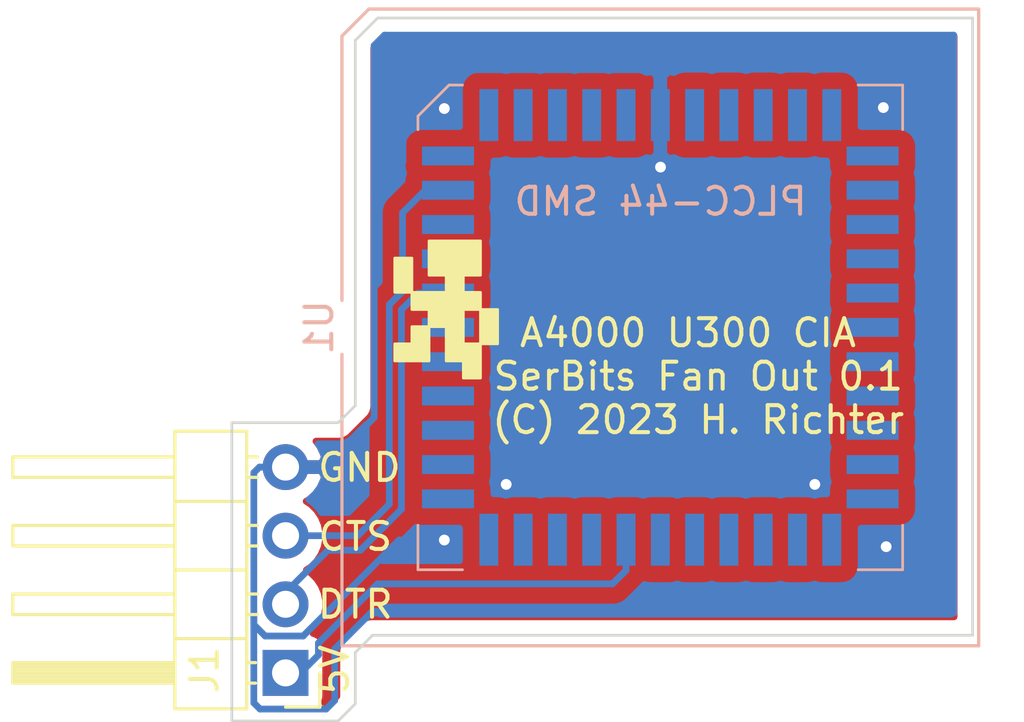
<source format=kicad_pcb>
(kicad_pcb (version 20171130) (host pcbnew "(5.1.6-0)")

  (general
    (thickness 1.6)
    (drawings 18)
    (tracks 61)
    (zones 0)
    (modules 3)
    (nets 45)
  )

  (page A4)
  (layers
    (0 F.Cu signal)
    (31 B.Cu signal)
    (32 B.Adhes user)
    (33 F.Adhes user)
    (34 B.Paste user)
    (35 F.Paste user)
    (36 B.SilkS user)
    (37 F.SilkS user)
    (38 B.Mask user)
    (39 F.Mask user)
    (40 Dwgs.User user)
    (41 Cmts.User user)
    (42 Eco1.User user)
    (43 Eco2.User user)
    (44 Edge.Cuts user)
    (45 Margin user)
    (46 B.CrtYd user)
    (47 F.CrtYd user)
    (48 B.Fab user)
    (49 F.Fab user)
  )

  (setup
    (last_trace_width 0.25)
    (trace_clearance 0.2)
    (zone_clearance 0.608)
    (zone_45_only no)
    (trace_min 0.2)
    (via_size 0.8)
    (via_drill 0.4)
    (via_min_size 0.4)
    (via_min_drill 0.3)
    (uvia_size 0.3)
    (uvia_drill 0.1)
    (uvias_allowed no)
    (uvia_min_size 0.2)
    (uvia_min_drill 0.1)
    (edge_width 0.05)
    (segment_width 0.2)
    (pcb_text_width 0.3)
    (pcb_text_size 1.5 1.5)
    (mod_edge_width 0.12)
    (mod_text_size 1 1)
    (mod_text_width 0.15)
    (pad_size 1.524 1.524)
    (pad_drill 0.762)
    (pad_to_mask_clearance 0.05)
    (aux_axis_origin 0 0)
    (visible_elements FFFFFF7F)
    (pcbplotparams
      (layerselection 0x010fc_ffffffff)
      (usegerberextensions true)
      (usegerberattributes true)
      (usegerberadvancedattributes true)
      (creategerberjobfile false)
      (excludeedgelayer true)
      (linewidth 0.100000)
      (plotframeref false)
      (viasonmask false)
      (mode 1)
      (useauxorigin false)
      (hpglpennumber 1)
      (hpglpenspeed 20)
      (hpglpendiameter 15.000000)
      (psnegative false)
      (psa4output false)
      (plotreference true)
      (plotvalue true)
      (plotinvisibletext false)
      (padsonsilk false)
      (subtractmaskfromsilk false)
      (outputformat 1)
      (mirror false)
      (drillshape 0)
      (scaleselection 1)
      (outputdirectory "CIAAdapter_Gerber/"))
  )

  (net 0 "")
  (net 1 "Net-(U1-Pad39)")
  (net 2 "Net-(U1-Pad38)")
  (net 3 "Net-(U1-Pad37)")
  (net 4 "Net-(U1-Pad36)")
  (net 5 "Net-(U1-Pad34)")
  (net 6 "Net-(U1-Pad33)")
  (net 7 "Net-(U1-Pad32)")
  (net 8 "Net-(U1-Pad31)")
  (net 9 "Net-(U1-Pad30)")
  (net 10 "Net-(U1-Pad29)")
  (net 11 "Net-(U1-Pad28)")
  (net 12 "Net-(U1-Pad27)")
  (net 13 "Net-(U1-Pad26)")
  (net 14 "Net-(U1-Pad25)")
  (net 15 "Net-(U1-Pad24)")
  (net 16 "Net-(U1-Pad23)")
  (net 17 /VCC)
  (net 18 "Net-(U1-Pad21)")
  (net 19 "Net-(U1-Pad20)")
  (net 20 "Net-(U1-Pad19)")
  (net 21 "Net-(U1-Pad18)")
  (net 22 "Net-(U1-Pad17)")
  (net 23 "Net-(U1-Pad16)")
  (net 24 "Net-(U1-Pad15)")
  (net 25 "Net-(U1-Pad14)")
  (net 26 "Net-(U1-Pad13)")
  (net 27 /DTR)
  (net 28 "Net-(U1-Pad10)")
  (net 29 "Net-(U1-Pad9)")
  (net 30 /CTS)
  (net 31 "Net-(U1-Pad7)")
  (net 32 "Net-(U1-Pad40)")
  (net 33 "Net-(U1-Pad41)")
  (net 34 "Net-(U1-Pad42)")
  (net 35 "Net-(U1-Pad43)")
  (net 36 "Net-(U1-Pad44)")
  (net 37 "Net-(U1-Pad6)")
  (net 38 "Net-(U1-Pad4)")
  (net 39 "Net-(U1-Pad3)")
  (net 40 /GND)
  (net 41 "Net-(U1-Pad22)")
  (net 42 "Net-(U1-Pad11)")
  (net 43 "Net-(U1-Pad8)")
  (net 44 "Net-(U1-Pad1)")

  (net_class Default "This is the default net class."
    (clearance 0.2)
    (trace_width 0.25)
    (via_dia 0.8)
    (via_drill 0.4)
    (uvia_dia 0.3)
    (uvia_drill 0.1)
    (add_net /CTS)
    (add_net /DTR)
    (add_net /GND)
    (add_net /VCC)
    (add_net "Net-(U1-Pad1)")
    (add_net "Net-(U1-Pad10)")
    (add_net "Net-(U1-Pad11)")
    (add_net "Net-(U1-Pad13)")
    (add_net "Net-(U1-Pad14)")
    (add_net "Net-(U1-Pad15)")
    (add_net "Net-(U1-Pad16)")
    (add_net "Net-(U1-Pad17)")
    (add_net "Net-(U1-Pad18)")
    (add_net "Net-(U1-Pad19)")
    (add_net "Net-(U1-Pad20)")
    (add_net "Net-(U1-Pad21)")
    (add_net "Net-(U1-Pad22)")
    (add_net "Net-(U1-Pad23)")
    (add_net "Net-(U1-Pad24)")
    (add_net "Net-(U1-Pad25)")
    (add_net "Net-(U1-Pad26)")
    (add_net "Net-(U1-Pad27)")
    (add_net "Net-(U1-Pad28)")
    (add_net "Net-(U1-Pad29)")
    (add_net "Net-(U1-Pad3)")
    (add_net "Net-(U1-Pad30)")
    (add_net "Net-(U1-Pad31)")
    (add_net "Net-(U1-Pad32)")
    (add_net "Net-(U1-Pad33)")
    (add_net "Net-(U1-Pad34)")
    (add_net "Net-(U1-Pad36)")
    (add_net "Net-(U1-Pad37)")
    (add_net "Net-(U1-Pad38)")
    (add_net "Net-(U1-Pad39)")
    (add_net "Net-(U1-Pad4)")
    (add_net "Net-(U1-Pad40)")
    (add_net "Net-(U1-Pad41)")
    (add_net "Net-(U1-Pad42)")
    (add_net "Net-(U1-Pad43)")
    (add_net "Net-(U1-Pad44)")
    (add_net "Net-(U1-Pad6)")
    (add_net "Net-(U1-Pad7)")
    (add_net "Net-(U1-Pad8)")
    (add_net "Net-(U1-Pad9)")
  )

  (module bax:baxlogo (layer F.Cu) (tedit 5D2B3466) (tstamp 63B89B6E)
    (at 155.7655 98.425)
    (fp_text reference REF** (at 0 3.81) (layer F.SilkS) hide
      (effects (font (size 1 1) (thickness 0.15)))
    )
    (fp_text value baxlogo (at 0 -3.6322) (layer F.Fab)
      (effects (font (size 1 1) (thickness 0.15)))
    )
    (fp_poly (pts (xy -0.635 1.27) (xy -0.635 1.905) (xy -1.905 1.905) (xy -1.905 1.27)) (layer F.SilkS) (width 0.1))
    (fp_poly (pts (xy -0.635 0.635) (xy -0.635 1.27) (xy -1.27 1.27) (xy -1.27 0.635)) (layer F.SilkS) (width 0.1))
    (fp_poly (pts (xy 0.635 1.27) (xy 1.27 1.27) (xy 1.27 2.54) (xy 0.635 2.54)) (layer F.SilkS) (width 0.1))
    (fp_poly (pts (xy 0.635 0.635) (xy 0.635 1.905) (xy 0 1.905) (xy 0 0.635)) (layer F.SilkS) (width 0.1))
    (fp_poly (pts (xy 0.635 0) (xy 0.635 0.635) (xy -0.635 0.635) (xy -0.635 0)) (layer F.SilkS) (width 0.1))
    (fp_poly (pts (xy 1.27 0) (xy 1.27 1.27) (xy 1.905 1.27) (xy 1.905 0)) (layer F.SilkS) (width 0.1))
    (fp_poly (pts (xy -0.635 -0.635) (xy 1.27 -0.635) (xy 1.27 0) (xy -0.635 0)) (layer F.SilkS) (width 0.1))
    (fp_poly (pts (xy -1.27 -0.635) (xy -1.27 -1.905) (xy -1.905 -1.905) (xy -1.905 -0.635)) (layer F.SilkS) (width 0.1))
    (fp_poly (pts (xy -0.635 -0.635) (xy -1.27 -0.635) (xy -1.27 0) (xy -0.635 0)) (layer F.SilkS) (width 0.1))
    (fp_poly (pts (xy 0 -1.27) (xy 0 -0.635) (xy 0.635 -0.635) (xy 0.635 -1.27)) (layer F.SilkS) (width 0.1))
    (fp_poly (pts (xy -0.635 -2.54) (xy 1.27 -2.54) (xy 1.27 -1.27) (xy -0.635 -1.27)) (layer F.SilkS) (width 0.1))
  )

  (module Connector_PinHeader_2.54mm:PinHeader_1x04_P2.54mm_Horizontal (layer F.Cu) (tedit 59FED5CB) (tstamp 63B82AF0)
    (at 149.81682 111.88192 180)
    (descr "Through hole angled pin header, 1x04, 2.54mm pitch, 6mm pin length, single row")
    (tags "Through hole angled pin header THT 1x04 2.54mm single row")
    (path /63B8646E)
    (fp_text reference J1 (at 3.00482 0.10414 90) (layer F.SilkS)
      (effects (font (size 1 1) (thickness 0.15)))
    )
    (fp_text value Conn_01x04 (at 4.385 9.89) (layer F.Fab)
      (effects (font (size 1 1) (thickness 0.15)))
    )
    (fp_line (start 10.55 -1.8) (end -1.8 -1.8) (layer F.CrtYd) (width 0.05))
    (fp_line (start 10.55 9.4) (end 10.55 -1.8) (layer F.CrtYd) (width 0.05))
    (fp_line (start -1.8 9.4) (end 10.55 9.4) (layer F.CrtYd) (width 0.05))
    (fp_line (start -1.8 -1.8) (end -1.8 9.4) (layer F.CrtYd) (width 0.05))
    (fp_line (start -1.27 -1.27) (end 0 -1.27) (layer F.SilkS) (width 0.12))
    (fp_line (start -1.27 0) (end -1.27 -1.27) (layer F.SilkS) (width 0.12))
    (fp_line (start 1.042929 8) (end 1.44 8) (layer F.SilkS) (width 0.12))
    (fp_line (start 1.042929 7.24) (end 1.44 7.24) (layer F.SilkS) (width 0.12))
    (fp_line (start 10.1 8) (end 4.1 8) (layer F.SilkS) (width 0.12))
    (fp_line (start 10.1 7.24) (end 10.1 8) (layer F.SilkS) (width 0.12))
    (fp_line (start 4.1 7.24) (end 10.1 7.24) (layer F.SilkS) (width 0.12))
    (fp_line (start 1.44 6.35) (end 4.1 6.35) (layer F.SilkS) (width 0.12))
    (fp_line (start 1.042929 5.46) (end 1.44 5.46) (layer F.SilkS) (width 0.12))
    (fp_line (start 1.042929 4.7) (end 1.44 4.7) (layer F.SilkS) (width 0.12))
    (fp_line (start 10.1 5.46) (end 4.1 5.46) (layer F.SilkS) (width 0.12))
    (fp_line (start 10.1 4.7) (end 10.1 5.46) (layer F.SilkS) (width 0.12))
    (fp_line (start 4.1 4.7) (end 10.1 4.7) (layer F.SilkS) (width 0.12))
    (fp_line (start 1.44 3.81) (end 4.1 3.81) (layer F.SilkS) (width 0.12))
    (fp_line (start 1.042929 2.92) (end 1.44 2.92) (layer F.SilkS) (width 0.12))
    (fp_line (start 1.042929 2.16) (end 1.44 2.16) (layer F.SilkS) (width 0.12))
    (fp_line (start 10.1 2.92) (end 4.1 2.92) (layer F.SilkS) (width 0.12))
    (fp_line (start 10.1 2.16) (end 10.1 2.92) (layer F.SilkS) (width 0.12))
    (fp_line (start 4.1 2.16) (end 10.1 2.16) (layer F.SilkS) (width 0.12))
    (fp_line (start 1.44 1.27) (end 4.1 1.27) (layer F.SilkS) (width 0.12))
    (fp_line (start 1.11 0.38) (end 1.44 0.38) (layer F.SilkS) (width 0.12))
    (fp_line (start 1.11 -0.38) (end 1.44 -0.38) (layer F.SilkS) (width 0.12))
    (fp_line (start 4.1 0.28) (end 10.1 0.28) (layer F.SilkS) (width 0.12))
    (fp_line (start 4.1 0.16) (end 10.1 0.16) (layer F.SilkS) (width 0.12))
    (fp_line (start 4.1 0.04) (end 10.1 0.04) (layer F.SilkS) (width 0.12))
    (fp_line (start 4.1 -0.08) (end 10.1 -0.08) (layer F.SilkS) (width 0.12))
    (fp_line (start 4.1 -0.2) (end 10.1 -0.2) (layer F.SilkS) (width 0.12))
    (fp_line (start 4.1 -0.32) (end 10.1 -0.32) (layer F.SilkS) (width 0.12))
    (fp_line (start 10.1 0.38) (end 4.1 0.38) (layer F.SilkS) (width 0.12))
    (fp_line (start 10.1 -0.38) (end 10.1 0.38) (layer F.SilkS) (width 0.12))
    (fp_line (start 4.1 -0.38) (end 10.1 -0.38) (layer F.SilkS) (width 0.12))
    (fp_line (start 4.1 -1.33) (end 1.44 -1.33) (layer F.SilkS) (width 0.12))
    (fp_line (start 4.1 8.95) (end 4.1 -1.33) (layer F.SilkS) (width 0.12))
    (fp_line (start 1.44 8.95) (end 4.1 8.95) (layer F.SilkS) (width 0.12))
    (fp_line (start 1.44 -1.33) (end 1.44 8.95) (layer F.SilkS) (width 0.12))
    (fp_line (start 4.04 7.94) (end 10.04 7.94) (layer F.Fab) (width 0.1))
    (fp_line (start 10.04 7.3) (end 10.04 7.94) (layer F.Fab) (width 0.1))
    (fp_line (start 4.04 7.3) (end 10.04 7.3) (layer F.Fab) (width 0.1))
    (fp_line (start -0.32 7.94) (end 1.5 7.94) (layer F.Fab) (width 0.1))
    (fp_line (start -0.32 7.3) (end -0.32 7.94) (layer F.Fab) (width 0.1))
    (fp_line (start -0.32 7.3) (end 1.5 7.3) (layer F.Fab) (width 0.1))
    (fp_line (start 4.04 5.4) (end 10.04 5.4) (layer F.Fab) (width 0.1))
    (fp_line (start 10.04 4.76) (end 10.04 5.4) (layer F.Fab) (width 0.1))
    (fp_line (start 4.04 4.76) (end 10.04 4.76) (layer F.Fab) (width 0.1))
    (fp_line (start -0.32 5.4) (end 1.5 5.4) (layer F.Fab) (width 0.1))
    (fp_line (start -0.32 4.76) (end -0.32 5.4) (layer F.Fab) (width 0.1))
    (fp_line (start -0.32 4.76) (end 1.5 4.76) (layer F.Fab) (width 0.1))
    (fp_line (start 4.04 2.86) (end 10.04 2.86) (layer F.Fab) (width 0.1))
    (fp_line (start 10.04 2.22) (end 10.04 2.86) (layer F.Fab) (width 0.1))
    (fp_line (start 4.04 2.22) (end 10.04 2.22) (layer F.Fab) (width 0.1))
    (fp_line (start -0.32 2.86) (end 1.5 2.86) (layer F.Fab) (width 0.1))
    (fp_line (start -0.32 2.22) (end -0.32 2.86) (layer F.Fab) (width 0.1))
    (fp_line (start -0.32 2.22) (end 1.5 2.22) (layer F.Fab) (width 0.1))
    (fp_line (start 4.04 0.32) (end 10.04 0.32) (layer F.Fab) (width 0.1))
    (fp_line (start 10.04 -0.32) (end 10.04 0.32) (layer F.Fab) (width 0.1))
    (fp_line (start 4.04 -0.32) (end 10.04 -0.32) (layer F.Fab) (width 0.1))
    (fp_line (start -0.32 0.32) (end 1.5 0.32) (layer F.Fab) (width 0.1))
    (fp_line (start -0.32 -0.32) (end -0.32 0.32) (layer F.Fab) (width 0.1))
    (fp_line (start -0.32 -0.32) (end 1.5 -0.32) (layer F.Fab) (width 0.1))
    (fp_line (start 1.5 -0.635) (end 2.135 -1.27) (layer F.Fab) (width 0.1))
    (fp_line (start 1.5 8.89) (end 1.5 -0.635) (layer F.Fab) (width 0.1))
    (fp_line (start 4.04 8.89) (end 1.5 8.89) (layer F.Fab) (width 0.1))
    (fp_line (start 4.04 -1.27) (end 4.04 8.89) (layer F.Fab) (width 0.1))
    (fp_line (start 2.135 -1.27) (end 4.04 -1.27) (layer F.Fab) (width 0.1))
    (fp_text user %R (at 2.77 3.81 90) (layer F.Fab)
      (effects (font (size 1 1) (thickness 0.15)))
    )
    (pad 4 thru_hole oval (at 0 7.62 180) (size 1.7 1.7) (drill 1) (layers *.Cu *.Mask)
      (net 40 /GND))
    (pad 3 thru_hole oval (at 0 5.08 180) (size 1.7 1.7) (drill 1) (layers *.Cu *.Mask)
      (net 30 /CTS))
    (pad 2 thru_hole oval (at 0 2.54 180) (size 1.7 1.7) (drill 1) (layers *.Cu *.Mask)
      (net 27 /DTR))
    (pad 1 thru_hole rect (at 0 0 180) (size 1.7 1.7) (drill 1) (layers *.Cu *.Mask)
      (net 17 /VCC))
    (model ${KISYS3DMOD}/Connector_PinHeader_2.54mm.3dshapes/PinHeader_1x04_P2.54mm_Horizontal.wrl
      (at (xyz 0 0 0))
      (scale (xyz 1 1 1))
      (rotate (xyz 0 0 0))
    )
  )

  (module Package_LCC:PLCC-44_SMD-Socket (layer B.Cu) (tedit 5A02ECC8) (tstamp 63B8240E)
    (at 163.69538 99.08794 270)
    (descr "PLCC, 44 pins, surface mount")
    (tags "plcc smt")
    (path /63B83A74)
    (attr smd)
    (fp_text reference U1 (at 0 12.64 90) (layer B.SilkS)
      (effects (font (size 1 1) (thickness 0.15)) (justify mirror))
    )
    (fp_text value CIA8520_PLCC (at 0 -12.64 90) (layer B.Fab)
      (effects (font (size 1 1) (thickness 0.15)) (justify mirror))
    )
    (fp_line (start 8.975 -8.975) (end 8.975 -7.325) (layer B.SilkS) (width 0.1))
    (fp_line (start 7.325 -8.975) (end 8.975 -8.975) (layer B.SilkS) (width 0.1))
    (fp_line (start -8.975 -8.975) (end -8.975 -7.325) (layer B.SilkS) (width 0.1))
    (fp_line (start -7.325 -8.975) (end -8.975 -8.975) (layer B.SilkS) (width 0.1))
    (fp_line (start 8.975 8.975) (end 8.975 7.325) (layer B.SilkS) (width 0.1))
    (fp_line (start 7.325 8.975) (end 8.975 8.975) (layer B.SilkS) (width 0.1))
    (fp_line (start -8.975 7.825) (end -8.975 7.325) (layer B.SilkS) (width 0.1))
    (fp_line (start -7.825 8.975) (end -8.975 7.825) (layer B.SilkS) (width 0.1))
    (fp_line (start -7.325 8.975) (end -7.825 8.975) (layer B.SilkS) (width 0.1))
    (fp_line (start 11.79 11.79) (end 1 11.79) (layer B.SilkS) (width 0.12))
    (fp_line (start 11.79 -11.79) (end 11.79 11.79) (layer B.SilkS) (width 0.12))
    (fp_line (start -11.79 -11.79) (end 11.79 -11.79) (layer B.SilkS) (width 0.12))
    (fp_line (start -11.79 10.79) (end -11.79 -11.79) (layer B.SilkS) (width 0.12))
    (fp_line (start -10.79 11.79) (end -11.79 10.79) (layer B.SilkS) (width 0.12))
    (fp_line (start -1 11.79) (end -10.79 11.79) (layer B.SilkS) (width 0.12))
    (fp_line (start 0 10.64) (end 0.5 11.64) (layer B.Fab) (width 0.1))
    (fp_line (start -0.5 11.64) (end 0 10.64) (layer B.Fab) (width 0.1))
    (fp_line (start 10.37 10.37) (end -10.37 10.37) (layer B.Fab) (width 0.1))
    (fp_line (start 10.37 -10.37) (end 10.37 10.37) (layer B.Fab) (width 0.1))
    (fp_line (start -10.37 -10.37) (end 10.37 -10.37) (layer B.Fab) (width 0.1))
    (fp_line (start -10.37 10.37) (end -10.37 -10.37) (layer B.Fab) (width 0.1))
    (fp_line (start 8.825 8.825) (end -7.825 8.825) (layer B.Fab) (width 0.1))
    (fp_line (start 8.825 -8.825) (end 8.825 8.825) (layer B.Fab) (width 0.1))
    (fp_line (start -8.825 -8.825) (end 8.825 -8.825) (layer B.Fab) (width 0.1))
    (fp_line (start -8.825 7.825) (end -8.825 -8.825) (layer B.Fab) (width 0.1))
    (fp_line (start -7.825 8.825) (end -8.825 7.825) (layer B.Fab) (width 0.1))
    (fp_line (start 12.1 12.1) (end -12.1 12.1) (layer B.CrtYd) (width 0.05))
    (fp_line (start 12.1 -12.1) (end 12.1 12.1) (layer B.CrtYd) (width 0.05))
    (fp_line (start -12.1 -12.1) (end 12.1 -12.1) (layer B.CrtYd) (width 0.05))
    (fp_line (start -12.1 12.1) (end -12.1 -12.1) (layer B.CrtYd) (width 0.05))
    (fp_line (start 11.64 11.64) (end -10.64 11.64) (layer B.Fab) (width 0.1))
    (fp_line (start 11.64 -11.64) (end 11.64 11.64) (layer B.Fab) (width 0.1))
    (fp_line (start -11.64 -11.64) (end 11.64 -11.64) (layer B.Fab) (width 0.1))
    (fp_line (start -11.64 10.64) (end -11.64 -11.64) (layer B.Fab) (width 0.1))
    (fp_line (start -10.64 11.64) (end -11.64 10.64) (layer B.Fab) (width 0.1))
    (fp_text user %R (at 0 0 90) (layer B.Fab)
      (effects (font (size 1 1) (thickness 0.15)) (justify mirror))
    )
    (pad 39 smd rect (at 7.8625 6.35 270) (size 1.925 0.7) (layers B.Cu B.Paste B.Mask)
      (net 1 "Net-(U1-Pad39)"))
    (pad 38 smd rect (at 7.8625 5.08 270) (size 1.925 0.7) (layers B.Cu B.Paste B.Mask)
      (net 2 "Net-(U1-Pad38)"))
    (pad 37 smd rect (at 7.8625 3.81 270) (size 1.925 0.7) (layers B.Cu B.Paste B.Mask)
      (net 3 "Net-(U1-Pad37)"))
    (pad 36 smd rect (at 7.8625 2.54 270) (size 1.925 0.7) (layers B.Cu B.Paste B.Mask)
      (net 4 "Net-(U1-Pad36)"))
    (pad 35 smd rect (at 7.8625 1.27 270) (size 1.925 0.7) (layers B.Cu B.Paste B.Mask)
      (net 17 /VCC))
    (pad 34 smd rect (at 7.8625 0 270) (size 1.925 0.7) (layers B.Cu B.Paste B.Mask)
      (net 5 "Net-(U1-Pad34)"))
    (pad 33 smd rect (at 7.8625 -1.27 270) (size 1.925 0.7) (layers B.Cu B.Paste B.Mask)
      (net 6 "Net-(U1-Pad33)"))
    (pad 32 smd rect (at 7.8625 -2.54 270) (size 1.925 0.7) (layers B.Cu B.Paste B.Mask)
      (net 7 "Net-(U1-Pad32)"))
    (pad 31 smd rect (at 7.8625 -3.81 270) (size 1.925 0.7) (layers B.Cu B.Paste B.Mask)
      (net 8 "Net-(U1-Pad31)"))
    (pad 30 smd rect (at 7.8625 -5.08 270) (size 1.925 0.7) (layers B.Cu B.Paste B.Mask)
      (net 9 "Net-(U1-Pad30)"))
    (pad 29 smd rect (at 7.8625 -6.35 270) (size 1.925 0.7) (layers B.Cu B.Paste B.Mask)
      (net 10 "Net-(U1-Pad29)"))
    (pad 28 smd rect (at 6.35 -7.8625 270) (size 0.7 1.925) (layers B.Cu B.Paste B.Mask)
      (net 11 "Net-(U1-Pad28)"))
    (pad 27 smd rect (at 5.08 -7.8625 270) (size 0.7 1.925) (layers B.Cu B.Paste B.Mask)
      (net 12 "Net-(U1-Pad27)"))
    (pad 26 smd rect (at 3.81 -7.8625 270) (size 0.7 1.925) (layers B.Cu B.Paste B.Mask)
      (net 13 "Net-(U1-Pad26)"))
    (pad 25 smd rect (at 2.54 -7.8625 270) (size 0.7 1.925) (layers B.Cu B.Paste B.Mask)
      (net 14 "Net-(U1-Pad25)"))
    (pad 24 smd rect (at 1.27 -7.8625 270) (size 0.7 1.925) (layers B.Cu B.Paste B.Mask)
      (net 15 "Net-(U1-Pad24)"))
    (pad 23 smd rect (at 0 -7.8625 270) (size 0.7 1.925) (layers B.Cu B.Paste B.Mask)
      (net 16 "Net-(U1-Pad23)"))
    (pad 22 smd rect (at -1.27 -7.8625 270) (size 0.7 1.925) (layers B.Cu B.Paste B.Mask)
      (net 41 "Net-(U1-Pad22)"))
    (pad 21 smd rect (at -2.54 -7.8625 270) (size 0.7 1.925) (layers B.Cu B.Paste B.Mask)
      (net 18 "Net-(U1-Pad21)"))
    (pad 20 smd rect (at -3.81 -7.8625 270) (size 0.7 1.925) (layers B.Cu B.Paste B.Mask)
      (net 19 "Net-(U1-Pad20)"))
    (pad 19 smd rect (at -5.08 -7.8625 270) (size 0.7 1.925) (layers B.Cu B.Paste B.Mask)
      (net 20 "Net-(U1-Pad19)"))
    (pad 18 smd rect (at -6.35 -7.8625 270) (size 0.7 1.925) (layers B.Cu B.Paste B.Mask)
      (net 21 "Net-(U1-Pad18)"))
    (pad 17 smd rect (at -7.8625 -6.35 270) (size 1.925 0.7) (layers B.Cu B.Paste B.Mask)
      (net 22 "Net-(U1-Pad17)"))
    (pad 16 smd rect (at -7.8625 -5.08 270) (size 1.925 0.7) (layers B.Cu B.Paste B.Mask)
      (net 23 "Net-(U1-Pad16)"))
    (pad 15 smd rect (at -7.8625 -3.81 270) (size 1.925 0.7) (layers B.Cu B.Paste B.Mask)
      (net 24 "Net-(U1-Pad15)"))
    (pad 14 smd rect (at -7.8625 -2.54 270) (size 1.925 0.7) (layers B.Cu B.Paste B.Mask)
      (net 25 "Net-(U1-Pad14)"))
    (pad 13 smd rect (at -7.8625 -1.27 270) (size 1.925 0.7) (layers B.Cu B.Paste B.Mask)
      (net 26 "Net-(U1-Pad13)"))
    (pad 12 smd rect (at -7.8625 0 270) (size 1.925 0.7) (layers B.Cu B.Paste B.Mask)
      (net 40 /GND))
    (pad 11 smd rect (at -7.8625 1.27 270) (size 1.925 0.7) (layers B.Cu B.Paste B.Mask)
      (net 42 "Net-(U1-Pad11)"))
    (pad 10 smd rect (at -7.8625 2.54 270) (size 1.925 0.7) (layers B.Cu B.Paste B.Mask)
      (net 28 "Net-(U1-Pad10)"))
    (pad 9 smd rect (at -7.8625 3.81 270) (size 1.925 0.7) (layers B.Cu B.Paste B.Mask)
      (net 29 "Net-(U1-Pad9)"))
    (pad 8 smd rect (at -7.8625 5.08 270) (size 1.925 0.7) (layers B.Cu B.Paste B.Mask)
      (net 43 "Net-(U1-Pad8)"))
    (pad 7 smd rect (at -7.8625 6.35 270) (size 1.925 0.7) (layers B.Cu B.Paste B.Mask)
      (net 31 "Net-(U1-Pad7)"))
    (pad 40 smd rect (at 6.35 7.8625 270) (size 0.7 1.925) (layers B.Cu B.Paste B.Mask)
      (net 32 "Net-(U1-Pad40)"))
    (pad 41 smd rect (at 5.08 7.8625 270) (size 0.7 1.925) (layers B.Cu B.Paste B.Mask)
      (net 33 "Net-(U1-Pad41)"))
    (pad 42 smd rect (at 3.81 7.8625 270) (size 0.7 1.925) (layers B.Cu B.Paste B.Mask)
      (net 34 "Net-(U1-Pad42)"))
    (pad 43 smd rect (at 2.54 7.8625 270) (size 0.7 1.925) (layers B.Cu B.Paste B.Mask)
      (net 35 "Net-(U1-Pad43)"))
    (pad 44 smd rect (at 1.27 7.8625 270) (size 0.7 1.925) (layers B.Cu B.Paste B.Mask)
      (net 36 "Net-(U1-Pad44)"))
    (pad 6 smd rect (at -6.35 7.8625 270) (size 0.7 1.925) (layers B.Cu B.Paste B.Mask)
      (net 37 "Net-(U1-Pad6)"))
    (pad 5 smd rect (at -5.08 7.8625 270) (size 0.7 1.925) (layers B.Cu B.Paste B.Mask)
      (net 30 /CTS))
    (pad 4 smd rect (at -3.81 7.8625 270) (size 0.7 1.925) (layers B.Cu B.Paste B.Mask)
      (net 38 "Net-(U1-Pad4)"))
    (pad 3 smd rect (at -2.54 7.8625 270) (size 0.7 1.925) (layers B.Cu B.Paste B.Mask)
      (net 39 "Net-(U1-Pad3)"))
    (pad 2 smd rect (at -1.27 7.8625 270) (size 0.7 1.925) (layers B.Cu B.Paste B.Mask)
      (net 27 /DTR))
    (pad 1 smd rect (at 0 7.8625 270) (size 0.7 1.925) (layers B.Cu B.Paste B.Mask)
      (net 44 "Net-(U1-Pad1)"))
    (model ${KISYS3DMOD}/Package_LCC.3dshapes/PLCC-44_SMD-Socket.wrl
      (at (xyz 0 0 0))
      (scale (xyz 1 1 1))
      (rotate (xyz 0 0 0))
    )
  )

  (gr_line (start 153.2255 87.63) (end 152.4 88.4555) (layer Edge.Cuts) (width 0.1) (tstamp 641AF830))
  (gr_text "PLCC-44 SMD" (at 163.703 94.4245) (layer B.SilkS)
    (effects (font (size 1 1) (thickness 0.15)) (justify mirror))
  )
  (gr_text "A4000 U300 CIA \nSerBits Fan Out 0.1\n(C) 2023 H. Richter" (at 165.1 100.9015) (layer F.SilkS)
    (effects (font (size 1 1) (thickness 0.15)))
  )
  (gr_line (start 152.4 113.03) (end 151.765 113.665) (layer Edge.Cuts) (width 0.1) (tstamp 63B8400D))
  (gr_line (start 152.4 101.981) (end 151.765 102.616) (layer Edge.Cuts) (width 0.1) (tstamp 63B83D84))
  (gr_line (start 153.035 110.49) (end 152.4 111.125) (layer Edge.Cuts) (width 0.1) (tstamp 63B83CFB))
  (gr_line (start 175.26 87.63) (end 175.26 110.49) (layer Edge.Cuts) (width 0.1))
  (gr_line (start 153.2255 87.63) (end 175.26 87.63) (layer Edge.Cuts) (width 0.1))
  (gr_line (start 152.4 101.981) (end 152.4 88.4555) (layer Edge.Cuts) (width 0.1))
  (gr_line (start 147.828 102.616) (end 151.765 102.616) (layer Edge.Cuts) (width 0.1))
  (gr_line (start 147.828 113.665) (end 147.828 102.616) (layer Edge.Cuts) (width 0.1))
  (gr_line (start 151.765 113.665) (end 147.828 113.665) (layer Edge.Cuts) (width 0.1))
  (gr_line (start 152.4 111.125) (end 152.4 113.03) (layer Edge.Cuts) (width 0.1))
  (gr_line (start 175.26 110.49) (end 153.035 110.49) (layer Edge.Cuts) (width 0.1))
  (gr_text GND (at 152.5524 104.2797) (layer F.SilkS)
    (effects (font (size 1 1) (thickness 0.15)))
  )
  (gr_text CTS (at 152.4 106.83748) (layer F.SilkS)
    (effects (font (size 1 1) (thickness 0.15)))
  )
  (gr_text DTR (at 152.4 109.347) (layer F.SilkS)
    (effects (font (size 1 1) (thickness 0.15)))
  )
  (gr_text 5V (at 151.638 111.76 90) (layer F.SilkS)
    (effects (font (size 1 1) (thickness 0.15)))
  )

  (segment (start 151.03475 111.22025) (end 150.37308 111.88192) (width 0.25) (layer B.Cu) (net 17))
  (segment (start 153.2255 108.585) (end 151.03475 110.77575) (width 0.25) (layer B.Cu) (net 17))
  (segment (start 150.37308 111.88192) (end 149.81682 111.88192) (width 0.25) (layer B.Cu) (net 17))
  (segment (start 162.42538 106.95044) (end 162.42538 108.08462) (width 0.25) (layer B.Cu) (net 17))
  (segment (start 151.03475 110.77575) (end 151.03475 111.22025) (width 0.25) (layer B.Cu) (net 17))
  (segment (start 161.925 108.585) (end 153.2255 108.585) (width 0.25) (layer B.Cu) (net 17))
  (segment (start 162.42538 108.08462) (end 161.925 108.585) (width 0.25) (layer B.Cu) (net 17))
  (segment (start 154.72297 97.81794) (end 155.83288 97.81794) (width 0.25) (layer B.Cu) (net 27))
  (segment (start 154.10985 98.43106) (end 154.72297 97.81794) (width 0.25) (layer B.Cu) (net 27))
  (segment (start 154.10985 105.81992) (end 154.10985 98.43106) (width 0.25) (layer B.Cu) (net 27))
  (segment (start 151.384 107.3404) (end 152.58937 107.3404) (width 0.25) (layer B.Cu) (net 27))
  (segment (start 152.58937 107.3404) (end 154.10985 105.81992) (width 0.25) (layer B.Cu) (net 27))
  (segment (start 149.81682 108.90758) (end 151.384 107.3404) (width 0.25) (layer B.Cu) (net 27))
  (segment (start 149.81682 109.34192) (end 149.81682 108.90758) (width 0.25) (layer B.Cu) (net 27))
  (segment (start 154.98572 94.00794) (end 155.83288 94.00794) (width 0.25) (layer B.Cu) (net 30))
  (segment (start 154.14879 94.84487) (end 154.98572 94.00794) (width 0.25) (layer B.Cu) (net 30))
  (segment (start 154.14879 97.75571) (end 154.14879 94.84487) (width 0.25) (layer B.Cu) (net 30))
  (segment (start 153.65984 100.83687) (end 153.65984 98.24466) (width 0.25) (layer B.Cu) (net 30))
  (segment (start 153.65984 98.24466) (end 154.14879 97.75571) (width 0.25) (layer B.Cu) (net 30))
  (segment (start 153.65984 100.83687) (end 153.65984 105.63352) (width 0.25) (layer B.Cu) (net 30))
  (segment (start 152.49144 106.80192) (end 149.81682 106.80192) (width 0.25) (layer B.Cu) (net 30))
  (segment (start 153.65984 105.63352) (end 152.49144 106.80192) (width 0.25) (layer B.Cu) (net 30))
  (via (at 171.95546 90.94724) (size 0.8) (drill 0.4) (layers F.Cu B.Cu) (net 40))
  (via (at 155.69692 90.9828) (size 0.8) (drill 0.4) (layers F.Cu B.Cu) (net 40))
  (via (at 155.69692 106.96194) (size 0.8) (drill 0.4) (layers F.Cu B.Cu) (net 40))
  (via (at 172.0596 107.20832) (size 0.8) (drill 0.4) (layers F.Cu B.Cu) (net 40))
  (via (at 163.703 93.15196) (size 0.8) (drill 0.4) (layers F.Cu B.Cu) (net 40))
  (segment (start 155.69692 106.96194) (end 154.02306 106.96194) (width 0.25) (layer B.Cu) (net 40))
  (segment (start 154.02306 106.96194) (end 150.468079 110.516921) (width 0.25) (layer B.Cu) (net 40))
  (via (at 157.988 104.902) (size 0.8) (drill 0.4) (layers F.Cu B.Cu) (net 40))
  (via (at 169.418 104.902) (size 0.8) (drill 0.4) (layers F.Cu B.Cu) (net 40))
  (segment (start 163.69538 89.88298) (end 163.69538 91.22544) (width 0.25) (layer B.Cu) (net 40))
  (segment (start 154.1653 90.62212) (end 155.24226 89.54516) (width 0.25) (layer B.Cu) (net 40))
  (segment (start 163.35756 89.54516) (end 163.69538 89.88298) (width 0.25) (layer B.Cu) (net 40))
  (segment (start 155.24226 89.54516) (end 163.35756 89.54516) (width 0.25) (layer B.Cu) (net 40))
  (segment (start 153.0985 94.0181) (end 154.1653 92.9513) (width 0.25) (layer B.Cu) (net 40))
  (segment (start 154.1653 92.9513) (end 154.1653 90.62212) (width 0.25) (layer B.Cu) (net 40))
  (segment (start 148.84908 104.26192) (end 148.641819 104.469181) (width 0.25) (layer B.Cu) (net 40))
  (segment (start 149.81682 104.26192) (end 148.84908 104.26192) (width 0.25) (layer B.Cu) (net 40))
  (segment (start 148.641819 110.097319) (end 149.061421 110.516921) (width 0.25) (layer B.Cu) (net 40))
  (segment (start 150.468079 110.516921) (end 149.061421 110.516921) (width 0.25) (layer B.Cu) (net 40))
  (segment (start 148.641819 104.469181) (end 148.641819 109.716319) (width 0.25) (layer B.Cu) (net 40))
  (segment (start 148.641819 109.716319) (end 148.641819 110.097319) (width 0.25) (layer B.Cu) (net 40))
  (segment (start 153.035 109.601) (end 171.1325 109.601) (width 0.25) (layer B.Cu) (net 40))
  (segment (start 171.1325 109.601) (end 172.0596 108.6739) (width 0.25) (layer B.Cu) (net 40))
  (segment (start 148.641819 112.991921) (end 148.870398 113.2205) (width 0.25) (layer B.Cu) (net 40))
  (segment (start 148.870398 113.2205) (end 151.3205 113.2205) (width 0.25) (layer B.Cu) (net 40))
  (segment (start 151.638 112.903) (end 151.638 110.998) (width 0.25) (layer B.Cu) (net 40))
  (segment (start 151.3205 113.2205) (end 151.638 112.903) (width 0.25) (layer B.Cu) (net 40))
  (segment (start 172.0596 108.6739) (end 172.0596 107.20832) (width 0.25) (layer B.Cu) (net 40))
  (segment (start 148.641819 109.716319) (end 148.641819 112.991921) (width 0.25) (layer B.Cu) (net 40))
  (segment (start 151.26208 104.26192) (end 153.0985 102.4255) (width 0.25) (layer B.Cu) (net 40))
  (segment (start 149.81682 104.26192) (end 151.26208 104.26192) (width 0.25) (layer B.Cu) (net 40))
  (segment (start 153.0985 102.4255) (end 153.0985 94.0181) (width 0.25) (layer B.Cu) (net 40))
  (segment (start 174.5615 88.265) (end 174.5615 109.6645) (width 0.25) (layer B.Cu) (net 40))
  (segment (start 153.0985 94.0181) (end 153.0985 88.646) (width 0.25) (layer B.Cu) (net 40))
  (segment (start 153.4795 88.265) (end 174.5615 88.265) (width 0.25) (layer B.Cu) (net 40))
  (segment (start 153.0985 88.646) (end 153.4795 88.265) (width 0.25) (layer B.Cu) (net 40))
  (segment (start 152.9715 109.6645) (end 153.035 109.601) (width 0.25) (layer B.Cu) (net 40))
  (segment (start 174.5615 109.6645) (end 152.9715 109.6645) (width 0.25) (layer B.Cu) (net 40))
  (segment (start 151.638 110.998) (end 152.9715 109.6645) (width 0.25) (layer B.Cu) (net 40))

  (zone (net 40) (net_name /GND) (layer F.Cu) (tstamp 63BA9150) (hatch edge 0.508)
    (connect_pads (clearance 0.508))
    (min_thickness 0.254)
    (fill yes (arc_segments 32) (thermal_gap 0.508) (thermal_bridge_width 0.508))
    (polygon
      (pts
        (xy 175.74006 113.2459) (xy 147.50796 113.2459) (xy 147.5105 102.4636) (xy 151.58974 102.48392) (xy 151.6126 87.02548)
        (xy 175.77816 87.02548)
      )
    )
    (filled_polygon
      (pts
        (xy 174.575001 109.805) (xy 153.068639 109.805) (xy 153.035 109.801687) (xy 153.001361 109.805) (xy 153.001353 109.805)
        (xy 152.900717 109.814912) (xy 152.771593 109.854081) (xy 152.730142 109.876237) (xy 152.652593 109.917688) (xy 152.548289 110.003289)
        (xy 152.526842 110.029422) (xy 151.939418 110.616846) (xy 151.913289 110.63829) (xy 151.891846 110.664418) (xy 151.89184 110.664424)
        (xy 151.857525 110.706238) (xy 151.827688 110.742594) (xy 151.764081 110.861595) (xy 151.724912 110.990718) (xy 151.715 111.091354)
        (xy 151.715 111.091361) (xy 151.711687 111.125) (xy 151.715 111.15864) (xy 151.715001 112.746263) (xy 151.481264 112.98)
        (xy 151.254237 112.98) (xy 151.256322 112.9761) (xy 151.292632 112.856402) (xy 151.304892 112.73192) (xy 151.304892 111.03192)
        (xy 151.292632 110.907438) (xy 151.256322 110.78774) (xy 151.197357 110.677426) (xy 151.118005 110.580735) (xy 151.021314 110.501383)
        (xy 150.911 110.442418) (xy 150.83844 110.420407) (xy 150.970295 110.288552) (xy 151.13281 110.045331) (xy 151.244752 109.775078)
        (xy 151.30182 109.48818) (xy 151.30182 109.19566) (xy 151.244752 108.908762) (xy 151.13281 108.638509) (xy 150.970295 108.395288)
        (xy 150.763452 108.188445) (xy 150.58906 108.07192) (xy 150.763452 107.955395) (xy 150.970295 107.748552) (xy 151.13281 107.505331)
        (xy 151.244752 107.235078) (xy 151.30182 106.94818) (xy 151.30182 106.65566) (xy 151.244752 106.368762) (xy 151.13281 106.098509)
        (xy 150.970295 105.855288) (xy 150.763452 105.648445) (xy 150.581286 105.526725) (xy 150.698175 105.457098) (xy 150.914408 105.262189)
        (xy 151.088461 105.02884) (xy 151.213645 104.766019) (xy 151.258296 104.61881) (xy 151.136975 104.38892) (xy 149.94382 104.38892)
        (xy 149.94382 104.40892) (xy 149.68982 104.40892) (xy 149.68982 104.38892) (xy 149.66982 104.38892) (xy 149.66982 104.13492)
        (xy 149.68982 104.13492) (xy 149.68982 104.11492) (xy 149.94382 104.11492) (xy 149.94382 104.13492) (xy 151.136975 104.13492)
        (xy 151.258296 103.90503) (xy 151.213645 103.757821) (xy 151.088461 103.495) (xy 150.943758 103.301) (xy 151.731361 103.301)
        (xy 151.765 103.304313) (xy 151.798639 103.301) (xy 151.798647 103.301) (xy 151.899283 103.291088) (xy 152.028406 103.251919)
        (xy 152.147407 103.188312) (xy 152.251711 103.102711) (xy 152.273158 103.076578) (xy 152.860582 102.489154) (xy 152.88671 102.467711)
        (xy 152.908154 102.441582) (xy 152.90816 102.441576) (xy 152.941452 102.401009) (xy 152.972312 102.363407) (xy 153.013763 102.285858)
        (xy 153.035919 102.244407) (xy 153.075088 102.115283) (xy 153.075088 102.115282) (xy 153.085 102.014647) (xy 153.085 102.014639)
        (xy 153.088313 101.981) (xy 153.085 101.947361) (xy 153.085 88.739236) (xy 153.509236 88.315) (xy 174.575 88.315)
      )
    )
  )
  (zone (net 40) (net_name /GND) (layer B.Cu) (tstamp 63BA914D) (hatch edge 0.508)
    (connect_pads (clearance 0.608))
    (min_thickness 0.254)
    (fill yes (arc_segments 32) (thermal_gap 0.508) (thermal_bridge_width 0.508))
    (polygon
      (pts
        (xy 175.79594 86.99246) (xy 175.74006 113.23828) (xy 147.5105 113.23828) (xy 147.53082 102.48392) (xy 151.60752 102.4636)
        (xy 151.60498 86.97722)
      )
    )
    (filled_polygon
      (pts
        (xy 174.475001 109.705) (xy 153.321724 109.705) (xy 153.581724 109.445) (xy 161.882761 109.445) (xy 161.925 109.44916)
        (xy 161.967239 109.445) (xy 161.967246 109.445) (xy 162.093589 109.432556) (xy 162.2557 109.383381) (xy 162.405102 109.303524)
        (xy 162.536054 109.196054) (xy 162.562988 109.163235) (xy 163.003615 108.722608) (xy 163.036434 108.695674) (xy 163.10765 108.608898)
        (xy 163.201295 108.637305) (xy 163.34538 108.651496) (xy 164.04538 108.651496) (xy 164.189465 108.637305) (xy 164.328013 108.595277)
        (xy 164.33038 108.594012) (xy 164.332747 108.595277) (xy 164.471295 108.637305) (xy 164.61538 108.651496) (xy 165.31538 108.651496)
        (xy 165.459465 108.637305) (xy 165.598013 108.595277) (xy 165.60038 108.594012) (xy 165.602747 108.595277) (xy 165.741295 108.637305)
        (xy 165.88538 108.651496) (xy 166.58538 108.651496) (xy 166.729465 108.637305) (xy 166.868013 108.595277) (xy 166.87038 108.594012)
        (xy 166.872747 108.595277) (xy 167.011295 108.637305) (xy 167.15538 108.651496) (xy 167.85538 108.651496) (xy 167.999465 108.637305)
        (xy 168.138013 108.595277) (xy 168.14038 108.594012) (xy 168.142747 108.595277) (xy 168.281295 108.637305) (xy 168.42538 108.651496)
        (xy 169.12538 108.651496) (xy 169.269465 108.637305) (xy 169.408013 108.595277) (xy 169.41038 108.594012) (xy 169.412747 108.595277)
        (xy 169.551295 108.637305) (xy 169.69538 108.651496) (xy 170.39538 108.651496) (xy 170.539465 108.637305) (xy 170.678013 108.595277)
        (xy 170.8057 108.527027) (xy 170.917618 108.435178) (xy 171.009467 108.32326) (xy 171.077717 108.195573) (xy 171.119745 108.057025)
        (xy 171.133936 107.91294) (xy 171.133936 106.526496) (xy 172.52038 106.526496) (xy 172.664465 106.512305) (xy 172.803013 106.470277)
        (xy 172.9307 106.402027) (xy 173.042618 106.310178) (xy 173.134467 106.19826) (xy 173.202717 106.070573) (xy 173.244745 105.932025)
        (xy 173.258936 105.78794) (xy 173.258936 105.08794) (xy 173.244745 104.943855) (xy 173.202717 104.805307) (xy 173.201452 104.80294)
        (xy 173.202717 104.800573) (xy 173.244745 104.662025) (xy 173.258936 104.51794) (xy 173.258936 103.81794) (xy 173.244745 103.673855)
        (xy 173.202717 103.535307) (xy 173.201452 103.53294) (xy 173.202717 103.530573) (xy 173.244745 103.392025) (xy 173.258936 103.24794)
        (xy 173.258936 102.54794) (xy 173.244745 102.403855) (xy 173.202717 102.265307) (xy 173.201452 102.26294) (xy 173.202717 102.260573)
        (xy 173.244745 102.122025) (xy 173.258936 101.97794) (xy 173.258936 101.27794) (xy 173.244745 101.133855) (xy 173.202717 100.995307)
        (xy 173.201452 100.99294) (xy 173.202717 100.990573) (xy 173.244745 100.852025) (xy 173.258936 100.70794) (xy 173.258936 100.00794)
        (xy 173.244745 99.863855) (xy 173.202717 99.725307) (xy 173.201452 99.72294) (xy 173.202717 99.720573) (xy 173.244745 99.582025)
        (xy 173.258936 99.43794) (xy 173.258936 98.73794) (xy 173.244745 98.593855) (xy 173.202717 98.455307) (xy 173.201452 98.45294)
        (xy 173.202717 98.450573) (xy 173.244745 98.312025) (xy 173.258936 98.16794) (xy 173.258936 97.46794) (xy 173.244745 97.323855)
        (xy 173.202717 97.185307) (xy 173.201452 97.18294) (xy 173.202717 97.180573) (xy 173.244745 97.042025) (xy 173.258936 96.89794)
        (xy 173.258936 96.19794) (xy 173.244745 96.053855) (xy 173.202717 95.915307) (xy 173.201452 95.91294) (xy 173.202717 95.910573)
        (xy 173.244745 95.772025) (xy 173.258936 95.62794) (xy 173.258936 94.92794) (xy 173.244745 94.783855) (xy 173.202717 94.645307)
        (xy 173.201452 94.64294) (xy 173.202717 94.640573) (xy 173.244745 94.502025) (xy 173.258936 94.35794) (xy 173.258936 93.65794)
        (xy 173.244745 93.513855) (xy 173.202717 93.375307) (xy 173.201452 93.37294) (xy 173.202717 93.370573) (xy 173.244745 93.232025)
        (xy 173.258936 93.08794) (xy 173.258936 92.38794) (xy 173.244745 92.243855) (xy 173.202717 92.105307) (xy 173.134467 91.97762)
        (xy 173.042618 91.865702) (xy 172.9307 91.773853) (xy 172.803013 91.705603) (xy 172.664465 91.663575) (xy 172.52038 91.649384)
        (xy 171.133936 91.649384) (xy 171.133936 90.26294) (xy 171.119745 90.118855) (xy 171.077717 89.980307) (xy 171.009467 89.85262)
        (xy 170.917618 89.740702) (xy 170.8057 89.648853) (xy 170.678013 89.580603) (xy 170.539465 89.538575) (xy 170.39538 89.524384)
        (xy 169.69538 89.524384) (xy 169.551295 89.538575) (xy 169.412747 89.580603) (xy 169.41038 89.581868) (xy 169.408013 89.580603)
        (xy 169.269465 89.538575) (xy 169.12538 89.524384) (xy 168.42538 89.524384) (xy 168.281295 89.538575) (xy 168.142747 89.580603)
        (xy 168.14038 89.581868) (xy 168.138013 89.580603) (xy 167.999465 89.538575) (xy 167.85538 89.524384) (xy 167.15538 89.524384)
        (xy 167.011295 89.538575) (xy 166.872747 89.580603) (xy 166.87038 89.581868) (xy 166.868013 89.580603) (xy 166.729465 89.538575)
        (xy 166.58538 89.524384) (xy 165.88538 89.524384) (xy 165.741295 89.538575) (xy 165.602747 89.580603) (xy 165.60038 89.581868)
        (xy 165.598013 89.580603) (xy 165.459465 89.538575) (xy 165.31538 89.524384) (xy 164.61538 89.524384) (xy 164.471295 89.538575)
        (xy 164.332747 89.580603) (xy 164.206311 89.648185) (xy 164.169862 89.637128) (xy 164.04538 89.624868) (xy 163.98113 89.62794)
        (xy 163.82238 89.78669) (xy 163.82238 91.09844) (xy 163.84238 91.09844) (xy 163.84238 91.35244) (xy 163.82238 91.35244)
        (xy 163.82238 92.66419) (xy 163.98113 92.82294) (xy 164.04538 92.826012) (xy 164.169862 92.813752) (xy 164.206311 92.802695)
        (xy 164.332747 92.870277) (xy 164.471295 92.912305) (xy 164.61538 92.926496) (xy 165.31538 92.926496) (xy 165.459465 92.912305)
        (xy 165.598013 92.870277) (xy 165.60038 92.869012) (xy 165.602747 92.870277) (xy 165.741295 92.912305) (xy 165.88538 92.926496)
        (xy 166.58538 92.926496) (xy 166.729465 92.912305) (xy 166.868013 92.870277) (xy 166.87038 92.869012) (xy 166.872747 92.870277)
        (xy 167.011295 92.912305) (xy 167.15538 92.926496) (xy 167.85538 92.926496) (xy 167.999465 92.912305) (xy 168.138013 92.870277)
        (xy 168.14038 92.869012) (xy 168.142747 92.870277) (xy 168.281295 92.912305) (xy 168.42538 92.926496) (xy 169.12538 92.926496)
        (xy 169.269465 92.912305) (xy 169.408013 92.870277) (xy 169.41038 92.869012) (xy 169.412747 92.870277) (xy 169.551295 92.912305)
        (xy 169.69538 92.926496) (xy 169.856824 92.926496) (xy 169.856824 93.08794) (xy 169.871015 93.232025) (xy 169.913043 93.370573)
        (xy 169.914308 93.37294) (xy 169.913043 93.375307) (xy 169.871015 93.513855) (xy 169.856824 93.65794) (xy 169.856824 94.35794)
        (xy 169.871015 94.502025) (xy 169.913043 94.640573) (xy 169.914308 94.64294) (xy 169.913043 94.645307) (xy 169.871015 94.783855)
        (xy 169.856824 94.92794) (xy 169.856824 95.62794) (xy 169.871015 95.772025) (xy 169.913043 95.910573) (xy 169.914308 95.91294)
        (xy 169.913043 95.915307) (xy 169.871015 96.053855) (xy 169.856824 96.19794) (xy 169.856824 96.89794) (xy 169.871015 97.042025)
        (xy 169.913043 97.180573) (xy 169.914308 97.18294) (xy 169.913043 97.185307) (xy 169.871015 97.323855) (xy 169.856824 97.46794)
        (xy 169.856824 98.16794) (xy 169.871015 98.312025) (xy 169.913043 98.450573) (xy 169.914308 98.45294) (xy 169.913043 98.455307)
        (xy 169.871015 98.593855) (xy 169.856824 98.73794) (xy 169.856824 99.43794) (xy 169.871015 99.582025) (xy 169.913043 99.720573)
        (xy 169.914308 99.72294) (xy 169.913043 99.725307) (xy 169.871015 99.863855) (xy 169.856824 100.00794) (xy 169.856824 100.70794)
        (xy 169.871015 100.852025) (xy 169.913043 100.990573) (xy 169.914308 100.99294) (xy 169.913043 100.995307) (xy 169.871015 101.133855)
        (xy 169.856824 101.27794) (xy 169.856824 101.97794) (xy 169.871015 102.122025) (xy 169.913043 102.260573) (xy 169.914308 102.26294)
        (xy 169.913043 102.265307) (xy 169.871015 102.403855) (xy 169.856824 102.54794) (xy 169.856824 103.24794) (xy 169.871015 103.392025)
        (xy 169.913043 103.530573) (xy 169.914308 103.53294) (xy 169.913043 103.535307) (xy 169.871015 103.673855) (xy 169.856824 103.81794)
        (xy 169.856824 104.51794) (xy 169.871015 104.662025) (xy 169.913043 104.800573) (xy 169.914308 104.80294) (xy 169.913043 104.805307)
        (xy 169.871015 104.943855) (xy 169.856824 105.08794) (xy 169.856824 105.249384) (xy 169.69538 105.249384) (xy 169.551295 105.263575)
        (xy 169.412747 105.305603) (xy 169.41038 105.306868) (xy 169.408013 105.305603) (xy 169.269465 105.263575) (xy 169.12538 105.249384)
        (xy 168.42538 105.249384) (xy 168.281295 105.263575) (xy 168.142747 105.305603) (xy 168.14038 105.306868) (xy 168.138013 105.305603)
        (xy 167.999465 105.263575) (xy 167.85538 105.249384) (xy 167.15538 105.249384) (xy 167.011295 105.263575) (xy 166.872747 105.305603)
        (xy 166.87038 105.306868) (xy 166.868013 105.305603) (xy 166.729465 105.263575) (xy 166.58538 105.249384) (xy 165.88538 105.249384)
        (xy 165.741295 105.263575) (xy 165.602747 105.305603) (xy 165.60038 105.306868) (xy 165.598013 105.305603) (xy 165.459465 105.263575)
        (xy 165.31538 105.249384) (xy 164.61538 105.249384) (xy 164.471295 105.263575) (xy 164.332747 105.305603) (xy 164.33038 105.306868)
        (xy 164.328013 105.305603) (xy 164.189465 105.263575) (xy 164.04538 105.249384) (xy 163.34538 105.249384) (xy 163.201295 105.263575)
        (xy 163.062747 105.305603) (xy 163.06038 105.306868) (xy 163.058013 105.305603) (xy 162.919465 105.263575) (xy 162.77538 105.249384)
        (xy 162.07538 105.249384) (xy 161.931295 105.263575) (xy 161.792747 105.305603) (xy 161.79038 105.306868) (xy 161.788013 105.305603)
        (xy 161.649465 105.263575) (xy 161.50538 105.249384) (xy 160.80538 105.249384) (xy 160.661295 105.263575) (xy 160.522747 105.305603)
        (xy 160.52038 105.306868) (xy 160.518013 105.305603) (xy 160.379465 105.263575) (xy 160.23538 105.249384) (xy 159.53538 105.249384)
        (xy 159.391295 105.263575) (xy 159.252747 105.305603) (xy 159.25038 105.306868) (xy 159.248013 105.305603) (xy 159.109465 105.263575)
        (xy 158.96538 105.249384) (xy 158.26538 105.249384) (xy 158.121295 105.263575) (xy 157.982747 105.305603) (xy 157.98038 105.306868)
        (xy 157.978013 105.305603) (xy 157.839465 105.263575) (xy 157.69538 105.249384) (xy 157.533936 105.249384) (xy 157.533936 105.08794)
        (xy 157.519745 104.943855) (xy 157.477717 104.805307) (xy 157.476452 104.80294) (xy 157.477717 104.800573) (xy 157.519745 104.662025)
        (xy 157.533936 104.51794) (xy 157.533936 103.81794) (xy 157.519745 103.673855) (xy 157.477717 103.535307) (xy 157.476452 103.53294)
        (xy 157.477717 103.530573) (xy 157.519745 103.392025) (xy 157.533936 103.24794) (xy 157.533936 102.54794) (xy 157.519745 102.403855)
        (xy 157.477717 102.265307) (xy 157.476452 102.26294) (xy 157.477717 102.260573) (xy 157.519745 102.122025) (xy 157.533936 101.97794)
        (xy 157.533936 101.27794) (xy 157.519745 101.133855) (xy 157.477717 100.995307) (xy 157.476452 100.99294) (xy 157.477717 100.990573)
        (xy 157.519745 100.852025) (xy 157.533936 100.70794) (xy 157.533936 100.00794) (xy 157.519745 99.863855) (xy 157.477717 99.725307)
        (xy 157.476452 99.72294) (xy 157.477717 99.720573) (xy 157.519745 99.582025) (xy 157.533936 99.43794) (xy 157.533936 98.73794)
        (xy 157.519745 98.593855) (xy 157.477717 98.455307) (xy 157.476452 98.45294) (xy 157.477717 98.450573) (xy 157.519745 98.312025)
        (xy 157.533936 98.16794) (xy 157.533936 97.46794) (xy 157.519745 97.323855) (xy 157.477717 97.185307) (xy 157.476452 97.18294)
        (xy 157.477717 97.180573) (xy 157.519745 97.042025) (xy 157.533936 96.89794) (xy 157.533936 96.19794) (xy 157.519745 96.053855)
        (xy 157.477717 95.915307) (xy 157.476452 95.91294) (xy 157.477717 95.910573) (xy 157.519745 95.772025) (xy 157.533936 95.62794)
        (xy 157.533936 94.92794) (xy 157.519745 94.783855) (xy 157.477717 94.645307) (xy 157.476452 94.64294) (xy 157.477717 94.640573)
        (xy 157.519745 94.502025) (xy 157.533936 94.35794) (xy 157.533936 93.65794) (xy 157.519745 93.513855) (xy 157.477717 93.375307)
        (xy 157.476452 93.37294) (xy 157.477717 93.370573) (xy 157.519745 93.232025) (xy 157.533936 93.08794) (xy 157.533936 92.926496)
        (xy 157.69538 92.926496) (xy 157.839465 92.912305) (xy 157.978013 92.870277) (xy 157.98038 92.869012) (xy 157.982747 92.870277)
        (xy 158.121295 92.912305) (xy 158.26538 92.926496) (xy 158.96538 92.926496) (xy 159.109465 92.912305) (xy 159.248013 92.870277)
        (xy 159.25038 92.869012) (xy 159.252747 92.870277) (xy 159.391295 92.912305) (xy 159.53538 92.926496) (xy 160.23538 92.926496)
        (xy 160.379465 92.912305) (xy 160.518013 92.870277) (xy 160.52038 92.869012) (xy 160.522747 92.870277) (xy 160.661295 92.912305)
        (xy 160.80538 92.926496) (xy 161.50538 92.926496) (xy 161.649465 92.912305) (xy 161.788013 92.870277) (xy 161.79038 92.869012)
        (xy 161.792747 92.870277) (xy 161.931295 92.912305) (xy 162.07538 92.926496) (xy 162.77538 92.926496) (xy 162.919465 92.912305)
        (xy 163.058013 92.870277) (xy 163.184449 92.802695) (xy 163.220898 92.813752) (xy 163.34538 92.826012) (xy 163.40963 92.82294)
        (xy 163.56838 92.66419) (xy 163.56838 91.35244) (xy 163.54838 91.35244) (xy 163.54838 91.09844) (xy 163.56838 91.09844)
        (xy 163.56838 89.78669) (xy 163.40963 89.62794) (xy 163.34538 89.624868) (xy 163.220898 89.637128) (xy 163.184449 89.648185)
        (xy 163.058013 89.580603) (xy 162.919465 89.538575) (xy 162.77538 89.524384) (xy 162.07538 89.524384) (xy 161.931295 89.538575)
        (xy 161.792747 89.580603) (xy 161.79038 89.581868) (xy 161.788013 89.580603) (xy 161.649465 89.538575) (xy 161.50538 89.524384)
        (xy 160.80538 89.524384) (xy 160.661295 89.538575) (xy 160.522747 89.580603) (xy 160.52038 89.581868) (xy 160.518013 89.580603)
        (xy 160.379465 89.538575) (xy 160.23538 89.524384) (xy 159.53538 89.524384) (xy 159.391295 89.538575) (xy 159.252747 89.580603)
        (xy 159.25038 89.581868) (xy 159.248013 89.580603) (xy 159.109465 89.538575) (xy 158.96538 89.524384) (xy 158.26538 89.524384)
        (xy 158.121295 89.538575) (xy 157.982747 89.580603) (xy 157.98038 89.581868) (xy 157.978013 89.580603) (xy 157.839465 89.538575)
        (xy 157.69538 89.524384) (xy 156.99538 89.524384) (xy 156.851295 89.538575) (xy 156.712747 89.580603) (xy 156.58506 89.648853)
        (xy 156.473142 89.740702) (xy 156.381293 89.85262) (xy 156.313043 89.980307) (xy 156.271015 90.118855) (xy 156.256824 90.26294)
        (xy 156.256824 91.649384) (xy 154.87038 91.649384) (xy 154.726295 91.663575) (xy 154.587747 91.705603) (xy 154.46006 91.773853)
        (xy 154.348142 91.865702) (xy 154.256293 91.97762) (xy 154.188043 92.105307) (xy 154.146015 92.243855) (xy 154.131824 92.38794)
        (xy 154.131824 93.08794) (xy 154.146015 93.232025) (xy 154.188043 93.370573) (xy 154.189308 93.37294) (xy 154.188043 93.375307)
        (xy 154.146015 93.513855) (xy 154.133171 93.644265) (xy 153.57055 94.206887) (xy 153.537737 94.233816) (xy 153.510808 94.266629)
        (xy 153.510806 94.266631) (xy 153.430267 94.364768) (xy 153.35041 94.51417) (xy 153.301234 94.676281) (xy 153.28463 94.84487)
        (xy 153.288791 94.887118) (xy 153.28879 97.399487) (xy 153.185 97.503277) (xy 153.185 88.780657) (xy 153.550658 88.415)
        (xy 174.475 88.415)
      )
    )
    (filled_polygon
      (pts
        (xy 154.726295 106.512305) (xy 154.87038 106.526496) (xy 156.256824 106.526496) (xy 156.256824 107.725) (xy 153.420993 107.725)
        (xy 154.655242 106.490751)
      )
    )
    (filled_polygon
      (pts
        (xy 152.799841 105.277295) (xy 152.135217 105.94192) (xy 151.14845 105.94192) (xy 151.04797 105.791541) (xy 150.827199 105.57077)
        (xy 150.676447 105.470041) (xy 150.698175 105.457098) (xy 150.914408 105.262189) (xy 151.088461 105.02884) (xy 151.213645 104.766019)
        (xy 151.258296 104.61881) (xy 151.136975 104.38892) (xy 149.94382 104.38892) (xy 149.94382 104.40892) (xy 149.68982 104.40892)
        (xy 149.68982 104.38892) (xy 149.66982 104.38892) (xy 149.66982 104.13492) (xy 149.68982 104.13492) (xy 149.68982 104.11492)
        (xy 149.94382 104.11492) (xy 149.94382 104.13492) (xy 151.136975 104.13492) (xy 151.258296 103.90503) (xy 151.213645 103.757821)
        (xy 151.088461 103.495) (xy 151.018347 103.401) (xy 151.726447 103.401) (xy 151.765 103.404797) (xy 151.803553 103.401)
        (xy 151.803561 103.401) (xy 151.918887 103.389641) (xy 152.06686 103.344754) (xy 152.203233 103.271862) (xy 152.322764 103.173764)
        (xy 152.347347 103.14381) (xy 152.79984 102.691317)
      )
    )
  )
)

</source>
